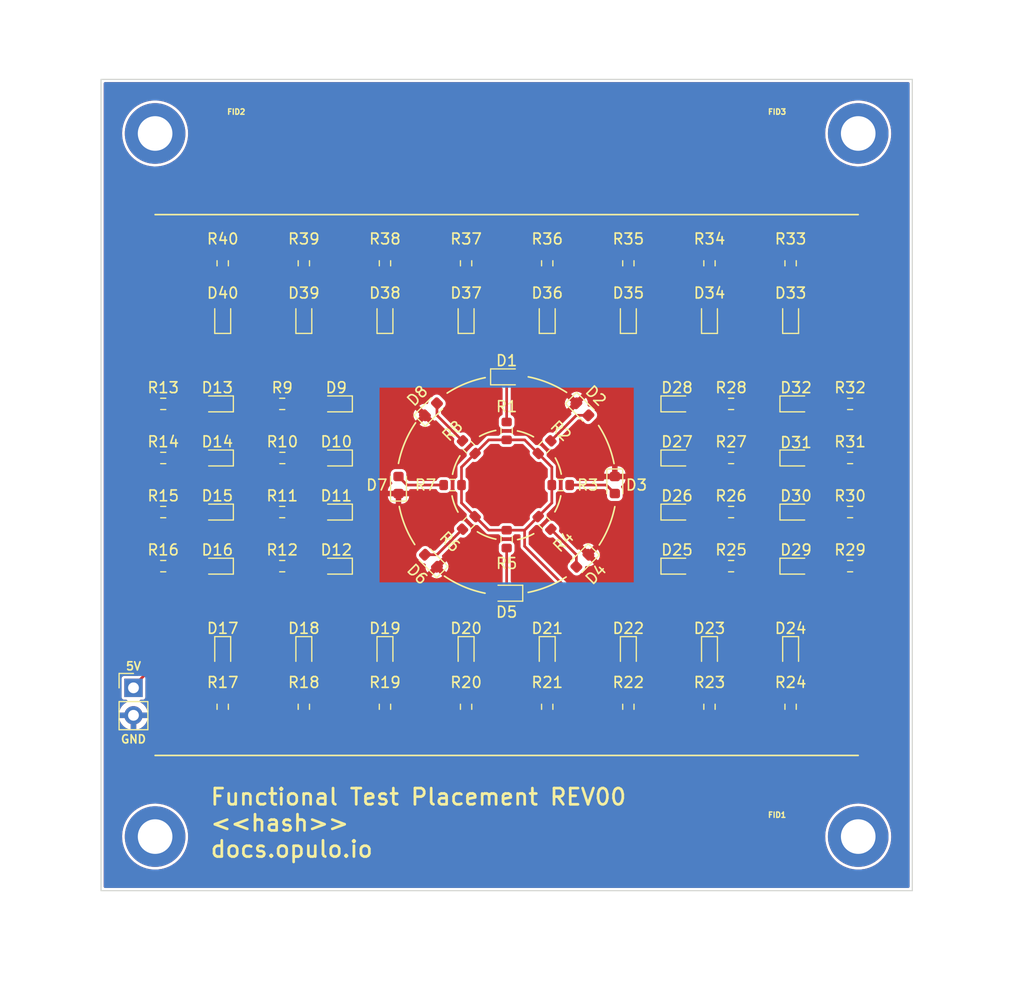
<source format=kicad_pcb>
(kicad_pcb (version 20240108) (generator "pcbnew") (generator_version "8.0")
  (layers (0 "F.Cu" signal) (31 "B.Cu" signal) (34 "B.Paste" user) (35 "F.Paste" user) (36 "B.SilkS" user "B.Silkscreen") (37 "F.SilkS" user "F.Silkscreen") (38 "B.Mask" user) (39 "F.Mask" user) (44 "Edge.Cuts" user))
  (net 0 "")
  (net 1 "GND")
  (net 2 "Net-(D1-Pad2)")
  (net 3 "Net-(D2-Pad2)")
  (net 4 "Net-(D3-Pad2)")
  (net 5 "Net-(D4-Pad2)")
  (net 6 "Net-(D5-Pad2)")
  (net 7 "Net-(D6-Pad2)")
  (net 8 "Net-(D7-Pad2)")
  (net 9 "Net-(D8-Pad2)")
  (net 10 "VDD")
  (net 11 "Net-(D9-Pad2)")
  (net 12 "Net-(D10-Pad2)")
  (net 13 "Net-(D11-Pad2)")
  (net 14 "Net-(D12-Pad2)")
  (net 15 "Net-(D13-Pad2)")
  (net 16 "Net-(D14-Pad2)")
  (net 17 "Net-(D15-Pad2)")
  (net 18 "Net-(D16-Pad2)")
  (net 19 "Net-(D17-Pad2)")
  (net 20 "Net-(D18-Pad2)")
  (net 21 "Net-(D19-Pad2)")
  (net 22 "Net-(D20-Pad2)")
  (net 23 "Net-(D21-Pad2)")
  (net 24 "Net-(D22-Pad2)")
  (net 25 "Net-(D23-Pad2)")
  (net 26 "Net-(D24-Pad2)")
  (net 27 "Net-(D25-Pad2)")
  (net 28 "Net-(D26-Pad2)")
  (net 29 "Net-(D27-Pad2)")
  (net 30 "Net-(D28-Pad2)")
  (net 31 "Net-(D29-Pad2)")
  (net 32 "Net-(D30-Pad2)")
  (net 33 "Net-(D31-Pad2)")
  (net 34 "Net-(D32-Pad2)")
  (net 35 "Net-(D33-Pad2)")
  (net 36 "Net-(D34-Pad2)")
  (net 37 "Net-(D35-Pad2)")
  (net 38 "Net-(D36-Pad2)")
  (net 39 "Net-(D37-Pad2)")
  (net 40 "Net-(D38-Pad2)")
  (net 41 "Net-(D39-Pad2)")
  (net 42 "Net-(D40-Pad2)")
  (footprint "LED_SMD:LED_0603_1608Metric" (layer "F.Cu") (at 56.25 -53 90)
    (property "Reference" "D34" (at 2.25 0 180) (layer "F.SilkS"))
    (property "Value" "LED_Small")
    (pad "1" smd roundrect (at -0.7875 0 90) (size 0.875 0.95) (layers "F.Cu" "F.Paste" "F.Mask") (net 1 "GND"))
    (pad "2" smd roundrect (at 0.7875 0 90) (size 0.875 0.95) (layers "F.Cu" "F.Paste" "F.Mask") (net 36 "Net-(D34-Pad2)"))
  )
  (footprint "Resistor_SMD:R_0603_1608Metric" (layer "F.Cu") (at 5.75 -30)
    (property "Reference" "R16" (at 0 -1.5 180) (layer "F.SilkS"))
    (property "Value" "R_Small")
    (pad "1" smd roundrect (at -0.825 0) (size 0.8 0.95) (layers "F.Cu" "F.Paste" "F.Mask") (net 10 "VDD"))
    (pad "2" smd roundrect (at 0.825 0) (size 0.8 0.95) (layers "F.Cu" "F.Paste" "F.Mask") (net 18 "Net-(D16-Pad2)"))
  )
  (footprint "Resistor_SMD:R_0603_1608Metric" (layer "F.Cu") (at 69.25 -30 180)
    (property "Reference" "R29" (at 0 1.5 0) (layer "F.SilkS"))
    (property "Value" "R_Small")
    (pad "1" smd roundrect (at -0.825 0 180) (size 0.8 0.95) (layers "F.Cu" "F.Paste" "F.Mask") (net 10 "VDD"))
    (pad "2" smd roundrect (at 0.825 0 180) (size 0.8 0.95) (layers "F.Cu" "F.Paste" "F.Mask") (net 31 "Net-(D29-Pad2)"))
  )
  (footprint "LED_SMD:LED_0603_1608Metric" (layer "F.Cu") (at 53.25 -45)
    (property "Reference" "D28" (at 0 -1.5 0) (layer "F.SilkS"))
    (property "Value" "LED_Small")
    (pad "1" smd roundrect (at -0.7875 0) (size 0.875 0.95) (layers "F.Cu" "F.Paste" "F.Mask") (net 1 "GND"))
    (pad "2" smd roundrect (at 0.7875 0) (size 0.875 0.95) (layers "F.Cu" "F.Paste" "F.Mask") (net 30 "Net-(D28-Pad2)"))
  )
  (footprint "Resistor_SMD:R_0603_1608Metric" (layer "F.Cu") (at 40.999966 -40.999987 45)
    (property "Reference" "R2" (at 2.121354 0.000015 -45) (layer "F.SilkS"))
    (property "Value" "R_Small")
    (pad "1" smd roundrect (at -0.825 0 45) (size 0.8 0.95) (layers "F.Cu" "F.Paste" "F.Mask") (net 10 "VDD"))
    (pad "2" smd roundrect (at 0.825 0 45) (size 0.8 0.95) (layers "F.Cu" "F.Paste" "F.Mask") (net 3 "Net-(D2-Pad2)"))
  )
  (footprint "Resistor_SMD:R_0603_1608Metric" (layer "F.Cu") (at 5.75 -35)
    (property "Reference" "R15" (at 0 -1.5 180) (layer "F.SilkS"))
    (property "Value" "R_Small")
    (pad "1" smd roundrect (at -0.825 0) (size 0.8 0.95) (layers "F.Cu" "F.Paste" "F.Mask") (net 10 "VDD"))
    (pad "2" smd roundrect (at 0.825 0) (size 0.8 0.95) (layers "F.Cu" "F.Paste" "F.Mask") (net 17 "Net-(D15-Pad2)"))
  )
  (footprint "LED_SMD:LED_0603_1608Metric" (layer "F.Cu") (at 44.499966 -44.499987 -45)
    (property "Reference" "D2" (at 0.000015 -1.7678 -45) (layer "F.SilkS"))
    (property "Value" "LED_Small")
    (pad "1" smd roundrect (at -0.787501 0 315) (size 0.875 0.95) (layers "F.Cu" "F.Paste" "F.Mask") (net 1 "GND"))
    (pad "2" smd roundrect (at 0.787501 0 315) (size 0.875 0.95) (layers "F.Cu" "F.Paste" "F.Mask") (net 3 "Net-(D2-Pad2)"))
  )
  (footprint "Resistor_SMD:R_0603_1608Metric" (layer "F.Cu") (at 63.75 -17 90)
    (property "Reference" "R24" (at 2.25 0 180) (layer "F.SilkS"))
    (property "Value" "R_Small")
    (pad "1" smd roundrect (at -0.825 0 90) (size 0.8 0.95) (layers "F.Cu" "F.Paste" "F.Mask") (net 10 "VDD"))
    (pad "2" smd roundrect (at 0.825 0 90) (size 0.8 0.95) (layers "F.Cu" "F.Paste" "F.Mask") (net 26 "Net-(D24-Pad2)"))
  )
  (footprint "LED_SMD:LED_0603_1608Metric" (layer "F.Cu") (at 21.75 -35 180)
    (property "Reference" "D11" (at 0 1.5 0) (layer "F.SilkS"))
    (property "Value" "LED_Small")
    (pad "1" smd roundrect (at -0.7875 0 180) (size 0.875 0.95) (layers "F.Cu" "F.Paste" "F.Mask") (net 1 "GND"))
    (pad "2" smd roundrect (at 0.7875 0 180) (size 0.875 0.95) (layers "F.Cu" "F.Paste" "F.Mask") (net 13 "Net-(D11-Pad2)"))
  )
  (footprint "Resistor_SMD:R_0603_1608Metric" (layer "F.Cu") (at 42.499966 -37.499987)
    (property "Reference" "R3" (at 2.500034 0 0) (layer "F.SilkS"))
    (property "Value" "R_Small")
    (pad "1" smd roundrect (at -0.825 0) (size 0.8 0.95) (layers "F.Cu" "F.Paste" "F.Mask") (net 10 "VDD"))
    (pad "2" smd roundrect (at 0.825 0) (size 0.8 0.95) (layers "F.Cu" "F.Paste" "F.Mask") (net 4 "Net-(D3-Pad2)"))
  )
  (footprint "LED_SMD:LED_0603_1608Metric" (layer "F.Cu") (at 30.499966 -44.499987 45)
    (property "Reference" "D8" (at 0.000033 -1.767752 45) (layer "F.SilkS"))
    (property "Value" "LED_Small")
    (pad "1" smd roundrect (at -0.787501 0 45) (size 0.875 0.95) (layers "F.Cu" "F.Paste" "F.Mask") (net 1 "GND"))
    (pad "2" smd roundrect (at 0.787501 0 45) (size 0.875 0.95) (layers "F.Cu" "F.Paste" "F.Mask") (net 9 "Net-(D8-Pad2)"))
  )
  (footprint "Resistor_SMD:R_0603_1608Metric" (layer "F.Cu") (at 16.75 -35)
    (property "Reference" "R11" (at 0 -1.5 0) (layer "F.SilkS"))
    (property "Value" "R_Small")
    (pad "1" smd roundrect (at -0.825 0) (size 0.8 0.95) (layers "F.Cu" "F.Paste" "F.Mask") (net 10 "VDD"))
    (pad "2" smd roundrect (at 0.825 0) (size 0.8 0.95) (layers "F.Cu" "F.Paste" "F.Mask") (net 13 "Net-(D11-Pad2)"))
  )
  (footprint "Resistor_SMD:R_0603_1608Metric" (layer "F.Cu") (at 63.75 -58 -90)
    (property "Reference" "R33" (at -2.25 0 180) (layer "F.SilkS"))
    (property "Value" "R_Small")
    (pad "1" smd roundrect (at -0.825 0 270) (size 0.8 0.95) (layers "F.Cu" "F.Paste" "F.Mask") (net 10 "VDD"))
    (pad "2" smd roundrect (at 0.825 0 270) (size 0.8 0.95) (layers "F.Cu" "F.Paste" "F.Mask") (net 35 "Net-(D33-Pad2)"))
  )
  (footprint "LED_SMD:LED_0603_1608Metric" (layer "F.Cu") (at 41.25 -53 90)
    (property "Reference" "D36" (at 2.25 0 180) (layer "F.SilkS"))
    (property "Value" "LED_Small")
    (pad "1" smd roundrect (at -0.7875 0 90) (size 0.875 0.95) (layers "F.Cu" "F.Paste" "F.Mask") (net 1 "GND"))
    (pad "2" smd roundrect (at 0.7875 0 90) (size 0.875 0.95) (layers "F.Cu" "F.Paste" "F.Mask") (net 38 "Net-(D36-Pad2)"))
  )
  (footprint "Resistor_SMD:R_0603_1608Metric" (layer "F.Cu") (at 18.75 -17 90)
    (property "Reference" "R18" (at 2.25 0 180) (layer "F.SilkS"))
    (property "Value" "R_Small")
    (pad "1" smd roundrect (at -0.825 0 90) (size 0.8 0.95) (layers "F.Cu" "F.Paste" "F.Mask") (net 10 "VDD"))
    (pad "2" smd roundrect (at 0.825 0 90) (size 0.8 0.95) (layers "F.Cu" "F.Paste" "F.Mask") (net 20 "Net-(D18-Pad2)"))
  )
  (footprint "LED_SMD:LED_0603_1608Metric" (layer "F.Cu") (at 10.75 -35 180)
    (property "Reference" "D15" (at 0 1.5 180) (layer "F.SilkS"))
    (property "Value" "LED_Small")
    (pad "1" smd roundrect (at -0.7875 0 180) (size 0.875 0.95) (layers "F.Cu" "F.Paste" "F.Mask") (net 1 "GND"))
    (pad "2" smd roundrect (at 0.7875 0 180) (size 0.875 0.95) (layers "F.Cu" "F.Paste" "F.Mask") (net 17 "Net-(D15-Pad2)"))
  )
  (footprint "LED_SMD:LED_0603_1608Metric" (layer "F.Cu") (at 10.75 -30 180)
    (property "Reference" "D16" (at 0 1.5 180) (layer "F.SilkS"))
    (property "Value" "LED_Small")
    (pad "1" smd roundrect (at -0.7875 0 180) (size 0.875 0.95) (layers "F.Cu" "F.Paste" "F.Mask") (net 1 "GND"))
    (pad "2" smd roundrect (at 0.7875 0 180) (size 0.875 0.95) (layers "F.Cu" "F.Paste" "F.Mask") (net 18 "Net-(D16-Pad2)"))
  )
  (footprint "Resistor_SMD:R_0603_1608Metric" (layer "F.Cu") (at 69.25 -45 180)
    (property "Reference" "R32" (at 0 1.5 0) (layer "F.SilkS"))
    (property "Value" "R_Small")
    (pad "1" smd roundrect (at -0.825 0 180) (size 0.8 0.95) (layers "F.Cu" "F.Paste" "F.Mask") (net 10 "VDD"))
    (pad "2" smd roundrect (at 0.825 0 180) (size 0.8 0.95) (layers "F.Cu" "F.Paste" "F.Mask") (net 34 "Net-(D32-Pad2)"))
  )
  (footprint "LED_SMD:LED_0603_1608Metric" (layer "F.Cu") (at 64.25 -40)
    (property "Reference" "D31" (at 0 -1.43 0) (layer "F.SilkS"))
    (property "Value" "LED_Small")
    (pad "1" smd roundrect (at -0.7875 0) (size 0.875 0.95) (layers "F.Cu" "F.Paste" "F.Mask") (net 1 "GND"))
    (pad "2" smd roundrect (at 0.7875 0) (size 0.875 0.95) (layers "F.Cu" "F.Paste" "F.Mask") (net 33 "Net-(D31-Pad2)"))
  )
  (footprint "MountingHole:MountingHole_3.2mm_M3_DIN965_Pad" (layer "F.Cu") (at 70 -5)
    (property "Reference" "REF**" (hide yes))
    (property "Value" "MountingHole_3.2mm_M3_DIN965_Pad")
    (pad "1" thru_hole circle (at 0 0) (size 5.6 5.6) (drill 3.2) (layers "*.Cu" "*.Mask"))
  )
  (footprint "LED_SMD:LED_0603_1608Metric" (layer "F.Cu") (at 26.25 -22 -90)
    (property "Reference" "D19" (at -2.25 0 180) (layer "F.SilkS"))
    (property "Value" "LED_Small")
    (pad "1" smd roundrect (at -0.7875 0 270) (size 0.875 0.95) (layers "F.Cu" "F.Paste" "F.Mask") (net 1 "GND"))
    (pad "2" smd roundrect (at 0.7875 0 270) (size 0.875 0.95) (layers "F.Cu" "F.Paste" "F.Mask") (net 21 "Net-(D19-Pad2)"))
  )
  (footprint "LED_SMD:LED_0603_1608Metric" (layer "F.Cu") (at 30.499966 -30.499987 135)
    (property "Reference" "D6" (at -0.000015 -1.767734 -45) (layer "F.SilkS"))
    (property "Value" "LED_Small")
    (pad "1" smd roundrect (at -0.787501 0 135) (size 0.875 0.95) (layers "F.Cu" "F.Paste" "F.Mask") (net 1 "GND"))
    (pad "2" smd roundrect (at 0.787501 0 135) (size 0.875 0.95) (layers "F.Cu" "F.Paste" "F.Mask") (net 7 "Net-(D6-Pad2)"))
  )
  (footprint "LED_SMD:LED_0603_1608Metric" (layer "F.Cu") (at 53.25 -30)
    (property "Reference" "D25" (at 0 -1.5 0) (layer "F.SilkS"))
    (property "Value" "LED_Small")
    (pad "1" smd roundrect (at -0.7875 0) (size 0.875 0.95) (layers "F.Cu" "F.Paste" "F.Mask") (net 1 "GND"))
    (pad "2" smd roundrect (at 0.7875 0) (size 0.875 0.95) (layers "F.Cu" "F.Paste" "F.Mask") (net 27 "Net-(D25-Pad2)"))
  )
  (footprint "Resistor_SMD:R_0603_1608Metric" (layer "F.Cu") (at 16.75 -30)
    (property "Reference" "R12" (at 0 -1.5 0) (layer "F.SilkS"))
    (property "Value" "R_Small")
    (pad "1" smd roundrect (at -0.825 0) (size 0.8 0.95) (layers "F.Cu" "F.Paste" "F.Mask") (net 10 "VDD"))
    (pad "2" smd roundrect (at 0.825 0) (size 0.8 0.95) (layers "F.Cu" "F.Paste" "F.Mask") (net 14 "Net-(D12-Pad2)"))
  )
  (footprint "Resistor_SMD:R_0603_1608Metric" (layer "F.Cu") (at 37.499966 -32.499987 -90)
    (property "Reference" "R5" (at 2.249987 0 180) (layer "F.SilkS"))
    (property "Value" "R_Small")
    (pad "1" smd roundrect (at -0.825 0 270) (size 0.8 0.95) (layers "F.Cu" "F.Paste" "F.Mask") (net 10 "VDD"))
    (pad "2" smd roundrect (at 0.825 0 270) (size 0.8 0.95) (layers "F.Cu" "F.Paste" "F.Mask") (net 6 "Net-(D5-Pad2)"))
  )
  (footprint "MountingHole:MountingHole_3.2mm_M3_DIN965_Pad" (layer "F.Cu") (at 5 -70)
    (property "Reference" "REF**" (hide yes))
    (property "Value" "MountingHole_3.2mm_M3_DIN965_Pad")
    (pad "1" thru_hole circle (at 0 0) (size 5.6 5.6) (drill 3.2) (layers "*.Cu" "*.Mask"))
  )
  (footprint "Resistor_SMD:R_0603_1608Metric" (layer "F.Cu") (at 5.75 -45)
    (property "Reference" "R13" (at 0 -1.5 180) (layer "F.SilkS"))
    (property "Value" "R_Small")
    (pad "1" smd roundrect (at -0.825 0) (size 0.8 0.95) (layers "F.Cu" "F.Paste" "F.Mask") (net 10 "VDD"))
    (pad "2" smd roundrect (at 0.825 0) (size 0.8 0.95) (layers "F.Cu" "F.Paste" "F.Mask") (net 15 "Net-(D13-Pad2)"))
  )
  (footprint "Connector_PinHeader_2.54mm:PinHeader_1x02_P2.54mm_Vertical" (layer "F.Cu") (at 3 -18.75)
    (property "Reference" "J1" (hide yes))
    (property "Value" "Conn_01x02_Male")
    (pad "1" thru_hole rect (at 0 0) (size 1.7 1.7) (drill 1) (layers "*.Cu" "*.Mask") (net 10 "VDD"))
    (pad "2" thru_hole oval (at 0 2.54) (size 1.7 1.7) (drill 1) (layers "*.Cu" "*.Mask") (net 1 "GND"))
  )
  (footprint "Resistor_SMD:R_0603_1608Metric" (layer "F.Cu") (at 33.999966 -33.999987 -135)
    (property "Reference" "R6" (at 2.474841 -0.000015 -45) (layer "F.SilkS"))
    (property "Value" "R_Small")
    (pad "1" smd roundrect (at -0.825 0 225) (size 0.8 0.95) (layers "F.Cu" "F.Paste" "F.Mask") (net 10 "VDD"))
    (pad "2" smd roundrect (at 0.825 0 225) (size 0.8 0.95) (layers "F.Cu" "F.Paste" "F.Mask") (net 7 "Net-(D6-Pad2)"))
  )
  (footprint "Resistor_SMD:R_0603_1608Metric" (layer "F.Cu") (at 56.25 -17 90)
    (property "Reference" "R23" (at 2.25 0 180) (layer "F.SilkS"))
    (property "Value" "R_Small")
    (pad "1" smd roundrect (at -0.825 0 90) (size 0.8 0.95) (layers "F.Cu" "F.Paste" "F.Mask") (net 10 "VDD"))
    (pad "2" smd roundrect (at 0.825 0 90) (size 0.8 0.95) (layers "F.Cu" "F.Paste" "F.Mask") (net 25 "Net-(D23-Pad2)"))
  )
  (footprint "Resistor_SMD:R_0603_1608Metric" (layer "F.Cu") (at 33.75 -58 -90)
    (property "Reference" "R37" (at -2.25 0 180) (layer "F.SilkS"))
    (property "Value" "R_Small")
    (pad "1" smd roundrect (at -0.825 0 270) (size 0.8 0.95) (layers "F.Cu" "F.Paste" "F.Mask") (net 10 "VDD"))
    (pad "2" smd roundrect (at 0.825 0 270) (size 0.8 0.95) (layers "F.Cu" "F.Paste" "F.Mask") (net 39 "Net-(D37-Pad2)"))
  )
  (footprint "LED_SMD:LED_0603_1608Metric" (layer "F.Cu") (at 64.25 -35)
    (property "Reference" "D30" (at 0 -1.5 0) (layer "F.SilkS"))
    (property "Value" "LED_Small")
    (pad "1" smd roundrect (at -0.7875 0) (size 0.875 0.95) (layers "F.Cu" "F.Paste" "F.Mask") (net 1 "GND"))
    (pad "2" smd roundrect (at 0.7875 0) (size 0.875 0.95) (layers "F.Cu" "F.Paste" "F.Mask") (net 32 "Net-(D30-Pad2)"))
  )
  (footprint "LED_SMD:LED_0603_1608Metric" (layer "F.Cu") (at 48.75 -22 -90)
    (property "Reference" "D22" (at -2.25 0 180) (layer "F.SilkS"))
    (property "Value" "LED_Small")
    (pad "1" smd roundrect (at -0.7875 0 270) (size 0.875 0.95) (layers "F.Cu" "F.Paste" "F.Mask") (net 1 "GND"))
    (pad "2" smd roundrect (at 0.7875 0 270) (size 0.875 0.95) (layers "F.Cu" "F.Paste" "F.Mask") (net 24 "Net-(D22-Pad2)"))
  )
  (footprint "Resistor_SMD:R_0603_1608Metric" (layer "F.Cu") (at 16.75 -45)
    (property "Reference" "R9" (at 0 -1.5 0) (layer "F.SilkS"))
    (property "Value" "R_Small")
    (pad "1" smd roundrect (at -0.825 0) (size 0.8 0.95) (layers "F.Cu" "F.Paste" "F.Mask") (net 10 "VDD"))
    (pad "2" smd roundrect (at 0.825 0) (size 0.8 0.95) (layers "F.Cu" "F.Paste" "F.Mask") (net 11 "Net-(D9-Pad2)"))
  )
  (footprint "Resistor_SMD:R_0603_1608Metric" (layer "F.Cu") (at 26.25 -58 -90)
    (property "Reference" "R38" (at -2.25 0 180) (layer "F.SilkS"))
    (property "Value" "R_Small")
    (pad "1" smd roundrect (at -0.825 0 270) (size 0.8 0.95) (layers "F.Cu" "F.Paste" "F.Mask") (net 10 "VDD"))
    (pad "2" smd roundrect (at 0.825 0 270) (size 0.8 0.95) (layers "F.Cu" "F.Paste" "F.Mask") (net 40 "Net-(D38-Pad2)"))
  )
  (footprint "LED_SMD:LED_0603_1608Metric" (layer "F.Cu") (at 41.25 -22 -90)
    (property "Reference" "D21" (at -2.25 0 180) (layer "F.SilkS"))
    (property "Value" "LED_Small")
    (pad "1" smd roundrect (at -0.7875 0 270) (size 0.875 0.95) (layers "F.Cu" "F.Paste" "F.Mask") (net 1 "GND"))
    (pad "2" smd roundrect (at 0.7875 0 270) (size 0.875 0.95) (layers "F.Cu" "F.Paste" "F.Mask") (net 23 "Net-(D21-Pad2)"))
  )
  (footprint "LED_SMD:LED_0603_1608Metric" (layer "F.Cu") (at 64.25 -45)
    (property "Reference" "D32" (at 0 -1.5 0) (layer "F.SilkS"))
    (property "Value" "LED_Small")
    (pad "1" smd roundrect (at -0.7875 0) (size 0.875 0.95) (layers "F.Cu" "F.Paste" "F.Mask") (net 1 "GND"))
    (pad "2" smd roundrect (at 0.7875 0) (size 0.875 0.95) (layers "F.Cu" "F.Paste" "F.Mask") (net 34 "Net-(D32-Pad2)"))
  )
  (footprint "LED_SMD:LED_0603_1608Metric" (layer "F.Cu") (at 33.75 -22 -90)
    (property "Reference" "D20" (at -2.25 0 180) (layer "F.SilkS"))
    (property "Value" "LED_Small")
    (pad "1" smd roundrect (at -0.7875 0 270) (size 0.875 0.95) (layers "F.Cu" "F.Paste" "F.Mask") (net 1 "GND"))
    (pad "2" smd roundrect (at 0.7875 0 270) (size 0.875 0.95) (layers "F.Cu" "F.Paste" "F.Mask") (net 22 "Net-(D20-Pad2)"))
  )
  (footprint "Resistor_SMD:R_0603_1608Metric" (layer "F.Cu") (at 58.25 -30 180)
    (property "Reference" "R25" (at 0 1.5 0) (layer "F.SilkS"))
    (property "Value" "R_Small")
    (pad "1" smd roundrect (at -0.825 0 180) (size 0.8 0.95) (layers "F.Cu" "F.Paste" "F.Mask") (net 10 "VDD"))
    (pad "2" smd roundrect (at 0.825 0 180) (size 0.8 0.95) (layers "F.Cu" "F.Paste" "F.Mask") (net 27 "Net-(D25-Pad2)"))
  )
  (footprint "LED_SMD:LED_0603_1608Metric" (layer "F.Cu") (at 11.25 -22 -90)
    (property "Reference" "D17" (at -2.25 0 180) (layer "F.SilkS"))
    (property "Value" "LED_Small")
    (pad "1" smd roundrect (at -0.7875 0 270) (size 0.875 0.95) (layers "F.Cu" "F.Paste" "F.Mask") (net 1 "GND"))
    (pad "2" smd roundrect (at 0.7875 0 270) (size 0.875 0.95) (layers "F.Cu" "F.Paste" "F.Mask") (net 19 "Net-(D17-Pad2)"))
  )
  (footprint "Resistor_SMD:R_0603_1608Metric" (layer "F.Cu") (at 16.7625 -40)
    (property "Reference" "R10" (at 0 -1.5 0) (layer "F.SilkS"))
    (property "Value" "R_Small")
    (pad "1" smd roundrect (at -0.825 0) (size 0.8 0.95) (layers "F.Cu" "F.Paste" "F.Mask") (net 10 "VDD"))
    (pad "2" smd roundrect (at 0.825 0) (size 0.8 0.95) (layers "F.Cu" "F.Paste" "F.Mask") (net 12 "Net-(D10-Pad2)"))
  )
  (footprint "MountingHole:MountingHole_3.2mm_M3_DIN965_Pad" (layer "F.Cu") (at 70 -70)
    (property "Reference" "REF**" (hide yes))
    (property "Value" "MountingHole_3.2mm_M3_DIN965_Pad")
    (pad "1" thru_hole circle (at 0 0) (size 5.6 5.6) (drill 3.2) (layers "*.Cu" "*.Mask"))
  )
  (footprint "LED_SMD:LED_0603_1608Metric" (layer "F.Cu") (at 53.25 -35)
    (property "Reference" "D26" (at 0 -1.5 0) (layer "F.SilkS"))
    (property "Value" "LED_Small")
    (pad "1" smd roundrect (at -0.7875 0) (size 0.875 0.95) (layers "F.Cu" "F.Paste" "F.Mask") (net 1 "GND"))
    (pad "2" smd roundrect (at 0.7875 0) (size 0.875 0.95) (layers "F.Cu" "F.Paste" "F.Mask") (net 28 "Net-(D26-Pad2)"))
  )
  (footprint "Resistor_SMD:R_0603_1608Metric" (layer "F.Cu") (at 40.999966 -33.999987 -45)
    (property "Reference" "R4" (at 2.474889 -0.000033 -135) (layer "F.SilkS"))
    (property "Value" "R_Small")
    (pad "1" smd roundrect (at -0.825 0 315) (size 0.8 0.95) (layers "F.Cu" "F.Paste" "F.Mask") (net 10 "VDD"))
    (pad "2" smd roundrect (at 0.825 0 315) (size 0.8 0.95) (layers "F.Cu" "F.Paste" "F.Mask") (net 5 "Net-(D4-Pad2)"))
  )
  (footprint "LED_SMD:LED_0603_1608Metric" (layer "F.Cu") (at 47.499966 -37.499987 -90)
    (property "Reference" "D3" (at 0 -2.000034 0) (layer "F.SilkS"))
    (property "Value" "LED_Small")
    (pad "1" smd roundrect (at -0.7875 0 270) (size 0.875 0.95) (layers "F.Cu" "F.Paste" "F.Mask") (net 1 "GND"))
    (pad "2" smd roundrect (at 0.7875 0 270) (size 0.875 0.95) (layers "F.Cu" "F.Paste" "F.Mask") (net 4 "Net-(D3-Pad2)"))
  )
  (footprint "Resistor_SMD:R_0603_1608Metric" (layer "F.Cu") (at 5.75 -40)
    (property "Reference" "R14" (at 0 -1.5 180) (layer "F.SilkS"))
    (property "Value" "R_Small")
    (pad "1" smd roundrect (at -0.825 0) (size 0.8 0.95) (layers "F.Cu" "F.Paste" "F.Mask") (net 10 "VDD"))
    (pad "2" smd roundrect (at 0.825 0) (size 0.8 0.95) (layers "F.Cu" "F.Paste" "F.Mask") (net 16 "Net-(D14-Pad2)"))
  )
  (footprint "LED_SMD:LED_0603_1608Metric" (layer "F.Cu") (at 56.25 -22 -90)
    (property "Reference" "D23" (at -2.25 0 180) (layer "F.SilkS"))
    (property "Value" "LED_Small")
    (pad "1" smd roundrect (at -0.7875 0 270) (size 0.875 0.95) (layers "F.Cu" "F.Paste" "F.Mask") (net 1 "GND"))
    (pad "2" smd roundrect (at 0.7875 0 270) (size 0.875 0.95) (layers "F.Cu" "F.Paste" "F.Mask") (net 25 "Net-(D23-Pad2)"))
  )
  (footprint "LED_SMD:LED_0603_1608Metric" (layer "F.Cu") (at 48.75 -53 90)
    (property "Reference" "D35" (at 2.25 0 180) (layer "F.SilkS"))
    (property "Value" "LED_Small")
    (pad "1" smd roundrect (at -0.7875 0 90) (size 0.875 0.95) (layers "F.Cu" "F.Paste" "F.Mask") (net 1 "GND"))
    (pad "2" smd roundrect (at 0.7875 0 90) (size 0.875 0.95) (layers "F.Cu" "F.Paste" "F.Mask") (net 37 "Net-(D35-Pad2)"))
  )
  (footprint "Fiducial:Fiducial_1mm_Mask3mm" (layer "F.Cu") (at 62.5 -70)
    (property "Reference" "FID3" (at 0 -2 0) (layer "F.SilkS") (effects (font (size 0.5 0.5) (thickness 0.125))))
    (property "Value" "Fiducial")
    (pad "" smd circle (at 0 0) (size 1 1) (layers "F.Cu" "F.Mask") (clearance 1))
  )
  (footprint "MountingHole:MountingHole_3.2mm_M3_DIN965_Pad" (layer "F.Cu") (at 5 -5)
    (property "Reference" "REF**" (hide yes))
    (property "Value" "MountingHole_3.2mm_M3_DIN965_Pad")
    (pad "1" thru_hole circle (at 0 0) (size 5.6 5.6) (drill 3.2) (layers "*.Cu" "*.Mask"))
  )
  (footprint "Resistor_SMD:R_0603_1608Metric" (layer "F.Cu") (at 37.499966 -42.499987 90)
    (property "Reference" "R1" (at 2.250013 0 180) (layer "F.SilkS"))
    (property "Value" "R_Small")
    (pad "1" smd roundrect (at -0.825 0 90) (size 0.8 0.95) (layers "F.Cu" "F.Paste" "F.Mask") (net 10 "VDD"))
    (pad "2" smd roundrect (at 0.825 0 90) (size 0.8 0.95) (layers "F.Cu" "F.Paste" "F.Mask") (net 2 "Net-(D1-Pad2)"))
  )
  (footprint "Resistor_SMD:R_0603_1608Metric" (layer "F.Cu") (at 41.25 -17 90)
    (property "Reference" "R21" (at 2.25 0 180) (layer "F.SilkS"))
    (property "Value" "R_Small")
    (pad "1" smd roundrect (at -0.825 0 90) (size 0.8 0.95) (layers "F.Cu" "F.Paste" "F.Mask") (net 10 "VDD"))
    (pad "2" smd roundrect (at 0.825 0 90) (size 0.8 0.95) (layers "F.Cu" "F.Paste" "F.Mask") (net 23 "Net-(D21-Pad2)"))
  )
  (footprint "Resistor_SMD:R_0603_1608Metric" (layer "F.Cu") (at 41.25 -58 -90)
    (property "Reference" "R36" (at -2.25 0 180) (layer "F.SilkS"))
    (property "Value" "R_Small")
    (pad "1" smd roundrect (at -0.825 0 270) (size 0.8 0.95) (layers "F.Cu" "F.Paste" "F.Mask") (net 10 "VDD"))
    (pad "2" smd roundrect (at 0.825 0 270) (size 0.8 0.95) (layers "F.Cu" "F.Paste" "F.Mask") (net 38 "Net-(D36-Pad2)"))
  )
  (footprint "LED_SMD:LED_0603_1608Metric" (layer "F.Cu") (at 21.75 -40 180)
    (property "Reference" "D10" (at 0 1.5 0) (layer "F.SilkS"))
    (property "Value" "LED_Small")
    (pad "1" smd roundrect (at -0.7875 0 180) (size 0.875 0.95) (layers "F.Cu" "F.Paste" "F.Mask") (net 1 "GND"))
    (pad "2" smd roundrect (at 0.7875 0 180) (size 0.875 0.95) (layers "F.Cu" "F.Paste" "F.Mask") (net 12 "Net-(D10-Pad2)"))
  )
  (footprint "LED_SMD:LED_0603_1608Metric" (layer "F.Cu") (at 64.25 -30)
    (property "Reference" "D29" (at 0 -1.5 0) (layer "F.SilkS"))
    (property "Value" "LED_Small")
    (pad "1" smd roundrect (at -0.7875 0) (size 0.875 0.95) (layers "F.Cu" "F.Paste" "F.Mask") (net 1 "GND"))
    (pad "2" smd roundrect (at 0.7875 0) (size 0.875 0.95) (layers "F.Cu" "F.Paste" "F.Mask") (net 31 "Net-(D29-Pad2)"))
  )
  (footprint "Resistor_SMD:R_0603_1608Metric" (layer "F.Cu") (at 58.25 -45 180)
    (property "Reference" "R28" (at 0 1.5 0) (layer "F.SilkS"))
    (property "Value" "R_Small")
    (pad "1" smd roundrect (at -0.825 0 180) (size 0.8 0.95) (layers "F.Cu" "F.Paste" "F.Mask") (net 10 "VDD"))
    (pad "2" smd roundrect (at 0.825 0 180) (size 0.8 0.95) (layers "F.Cu" "F.Paste" "F.Mask") (net 30 "Net-(D28-Pad2)"))
  )
  (footprint "Resistor_SMD:R_0603_1608Metric" (layer "F.Cu") (at 26.25 -17 90)
    (property "Reference" "R19" (at 2.25 0 180) (layer "F.SilkS"))
    (property "Value" "R_Small")
    (pad "1" smd roundrect (at -0.825 0 90) (size 0.8 0.95) (layers "F.Cu" "F.Paste" "F.Mask") (net 10 "VDD"))
    (pad "2" smd roundrect (at 0.825 0 90) (size 0.8 0.95) (layers "F.Cu" "F.Paste" "F.Mask") (net 21 "Net-(D19-Pad2)"))
  )
  (footprint "LED_SMD:LED_0603_1608Metric" (layer "F.Cu") (at 63.75 -22 -90)
    (property "Reference" "D24" (at -2.25 0 180) (layer "F.SilkS"))
    (property "Value" "LED_Small")
    (pad "1" smd roundrect (at -0.7875 0 270) (size 0.875 0.95) (layers "F.Cu" "F.Paste" "F.Mask") (net 1 "GND"))
    (pad "2" smd roundrect (at 0.7875 0 270) (size 0.875 0.95) (layers "F.Cu" "F.Paste" "F.Mask") (net 26 "Net-(D24-Pad2)"))
  )
  (footprint "Resistor_SMD:R_0603_1608Metric" (layer "F.Cu") (at 11.25 -17 90)
    (property "Reference" "R17" (at 2.25 0 180) (layer "F.SilkS"))
    (property "Value" "R_Small")
    (pad "1" smd roundrect (at -0.825 0 90) (size 0.8 0.95) (layers "F.Cu" "F.Paste" "F.Mask") (net 10 "VDD"))
    (pad "2" smd roundrect (at 0.825 0 90) (size 0.8 0.95) (layers "F.Cu" "F.Paste" "F.Mask") (net 19 "Net-(D17-Pad2)"))
  )
  (footprint "LED_SMD:LED_0603_1608Metric" (layer "F.Cu") (at 27.499966 -37.499987 90)
    (property "Reference" "D7" (at 0.000013 -1.999966 180) (layer "F.SilkS"))
    (property "Value" "LED_Small")
    (pad "1" smd roundrect (at -0.7875 0 90) (size 0.875 0.95) (layers "F.Cu" "F.Paste" "F.Mask") (net 1 "GND"))
    (pad "2" smd roundrect (at 0.7875 0 90) (size 0.875 0.95) (layers "F.Cu" "F.Paste" "F.Mask") (net 8 "Net-(D7-Pad2)"))
  )
  (footprint "LED_SMD:LED_0603_1608Metric" (layer "F.Cu") (at 18.75 -22 -90)
    (property "Reference" "D18" (at -2.25 0 180) (layer "F.SilkS"))
    (property "Value" "LED_Small")
    (pad "1" smd roundrect (at -0.7875 0 270) (size 0.875 0.95) (layers "F.Cu" "F.Paste" "F.Mask") (net 1 "GND"))
    (pad "2" smd roundrect (at 0.7875 0 270) (size 0.875 0.95) (layers "F.Cu" "F.Paste" "F.Mask") (net 20 "Net-(D18-Pad2)"))
  )
  (footprint "Resistor_SMD:R_0603_1608Metric" (layer "F.Cu") (at 18.75 -58 -90)
    (property "Reference" "R39" (at -2.25 0 180) (layer "F.SilkS"))
    (property "Value" "R_Small")
    (pad "1" smd roundrect (at -0.825 0 270) (size 0.8 0.95) (layers "F.Cu" "F.Paste" "F.Mask") (net 10 "VDD"))
    (pad "2" smd roundrect (at 0.825 0 270) (size 0.8 0.95) (layers "F.Cu" "F.Paste" "F.Mask") (net 41 "Net-(D39-Pad2)"))
  )
  (footprint "Resistor_SMD:R_0603_1608Metric" (layer "F.Cu") (at 48.75 -17 90)
    (property "Reference" "R22" (at 2.25 0 180) (layer "F.SilkS"))
    (property "Value" "R_Small")
    (pad "1" smd roundrect (at -0.825 0 90) (size 0.8 0.95) (layers "F.Cu" "F.Paste" "F.Mask") (net 10 "VDD"))
    (pad "2" smd roundrect (at 0.825 0 90) (size 0.8 0.95) (layers "F.Cu" "F.Paste" "F.Mask") (net 24 "Net-(D22-Pad2)"))
  )
  (footprint "LED_SMD:LED_0603_1608Metric" (layer "F.Cu") (at 10.75 -40 180)
    (property "Reference" "D14" (at 0 1.5 180) (layer "F.SilkS"))
    (property "Value" "LED_Small")
    (pad "1" smd roundrect (at -0.7875 0 180) (size 0.875 0.95) (layers "F.Cu" "F.Paste" "F.Mask") (net 1 "GND"))
    (pad "2" smd roundrect (at 0.7875 0 180) (size 0.875 0.95) (layers "F.Cu" "F.Paste" "F.Mask") (net 16 "Net-(D14-Pad2)"))
  )
  (footprint "LED_SMD:LED_0603_1608Metric" (layer "F.Cu") (at 37.499966 -27.499987 180)
    (property "Reference" "D5" (at -0.000034 -1.749987 0) (layer "F.SilkS"))
    (property "Value" "LED_Small")
    (pad "1" smd roundrect (at -0.7875 0 180) (size 0.875 0.95) (layers "F.Cu" "F.Paste" "F.Mask") (net 1 "GND"))
    (pad "2" smd roundrect (at 0.7875 0 180) (size 0.875 0.95) (layers "F.Cu" "F.Paste" "F.Mask") (net 6 "Net-(D5-Pad2)"))
  )
  (footprint "LED_SMD:LED_0603_1608Metric" (layer "F.Cu") (at 21.75 -30 180)
    (property "Reference" "D12" (at 0 1.5 0) (layer "F.SilkS"))
    (property "Value" "LED_Small")
    (pad "1" smd roundrect (at -0.7875 0 180) (size 0.875 0.95) (layers "F.Cu" "F.Paste" "F.Mask") (net 1 "GND"))
    (pad "2" smd roundrect (at 0.7875 0 180) (size 0.875 0.95) (layers "F.Cu" "F.Paste" "F.Mask") (net 14 "Net-(D12-Pad2)"))
  )
  (footprint "Resistor_SMD:R_0603_1608Metric" (layer "F.Cu") (at 33.999966 -40.999987 135)
    (property "Reference" "R8" (at 2.12132 0 -135) (layer "F.SilkS"))
    (property "Value" "R_Small")
    (pad "1" smd roundrect (at -0.825 0 135) (size 0.8 0.95) (layers "F.Cu" "F.Paste" "F.Mask") (net 10 "VDD"))
    (pad "2" smd roundrect (at 0.825 0 135) (size 0.8 0.95) (layers "F.Cu" "F.Paste" "F.Mask") (net 9 "Net-(D8-Pad2)"))
  )
  (footprint "Resistor_SMD:R_0603_1608Metric" (layer "F.Cu") (at 32.499966 -37.499987 180)
    (property "Reference" "R7" (at 2.499966 0 0) (layer "F.SilkS"))
    (property "Value" "R_Small")
    (pad "1" smd roundrect (at -0.825 0 180) (size 0.8 0.95) (layers "F.Cu" "F.Paste" "F.Mask") (net 10 "VDD"))
    (pad "2" smd roundrect (at 0.825 0 180) (size 0.8 0.95) (layers "F.Cu" "F.Paste" "F.Mask") (net 8 "Net-(D7-Pad2)"))
  )
  (footprint "Fiducial:Fiducial_1mm_Mask3mm" (layer "F.Cu") (at 62.5 -5)
    (property "Reference" "FID1" (at 0 -2 0) (layer "F.SilkS") (effects (font (size 0.5 0.5) (thickness 0.125))))
    (property "Value" "Fiducial")
    (pad "" smd circle (at 0 0) (size 1 1) (layers "F.Cu" "F.Mask") (clearance 1))
  )
  (footprint "Resistor_SMD:R_0603_1608Metric" (layer "F.Cu") (at 48.75 -58 -90)
    (property "Reference" "R35" (at -2.25 0 180) (layer "F.SilkS"))
    (property "Value" "R_Small")
    (pad "1" smd roundrect (at -0.825 0 270) (size 0.8 0.95) (layers "F.Cu" "F.Paste" "F.Mask") (net 10 "VDD"))
    (pad "2" smd roundrect (at 0.825 0 270) (size 0.8 0.95) (layers "F.Cu" "F.Paste" "F.Mask") (net 37 "Net-(D35-Pad2)"))
  )
  (footprint "LED_SMD:LED_0603_1608Metric" (layer "F.Cu") (at 18.75 -53 90)
    (property "Reference" "D39" (at 2.25 0 180) (layer "F.SilkS"))
    (property "Value" "LED_Small")
    (pad "1" smd roundrect (at -0.7875 0 90) (size 0.875 0.95) (layers "F.Cu" "F.Paste" "F.Mask") (net 1 "GND"))
    (pad "2" smd roundrect (at 0.7875 0 90) (size 0.875 0.95) (layers "F.Cu" "F.Paste" "F.Mask") (net 41 "Net-(D39-Pad2)"))
  )
  (footprint "LED_SMD:LED_0603_1608Metric" (layer "F.Cu") (at 33.75 -53 90)
    (property "Reference" "D37" (at 2.25 0 180) (layer "F.SilkS"))
    (property "Value" "LED_Small")
    (pad "1" smd roundrect (at -0.7875 0 90) (size 0.875 0.95) (layers "F.Cu" "F.Paste" "F.Mask") (net 1 "GND"))
    (pad "2" smd roundrect (at 0.7875 0 90) (size 0.875 0.95) (layers "F.Cu" "F.Paste" "F.Mask") (net 39 "Net-(D37-Pad2)"))
  )
  (footprint "mfg:opulo-logo" (layer "F.Cu") (at 37.5 -68.75)
    (property "Reference" "G1" (hide yes))
    (property "Value" "LOGO" (hide yes))
  )
  (footprint "LED_SMD:LED_0603_1608Metric" (layer "F.Cu") (at 44.499966 -30.499987 -135)
    (property "Reference" "D4" (at -0.000033 -1.767782 45) (layer "F.SilkS"))
    (property "Value" "LED_Small")
    (pad "1" smd roundrect (at -0.787501 0 225) (size 0.875 0.95) (layers "F.Cu" "F.Paste" "F.Mask") (net 1 "GND"))
    (pad "2" smd roundrect (at 0.787501 0 225) (size 0.875 0.95) (layers "F.Cu" "F.Paste" "F.Mask") (net 5 "Net-(D4-Pad2)"))
  )
  (footprint "Resistor_SMD:R_0603_1608Metric" (layer "F.Cu") (at 58.25 -40 180)
    (property "Reference" "R27" (at 0 1.5 0) (layer "F.SilkS"))
    (property "Value" "R_Small")
    (pad "1" smd roundrect (at -0.825 0 180) (size 0.8 0.95) (layers "F.Cu" "F.Paste" "F.Mask") (net 10 "VDD"))
    (pad "2" smd roundrect (at 0.825 0 180) (size 0.8 0.95) (layers "F.Cu" "F.Paste" "F.Mask") (net 29 "Net-(D27-Pad2)"))
  )
  (footprint "LED_SMD:LED_0603_1608Metric" (layer "F.Cu") (at 11.25 -53 90)
    (property "Reference" "D40" (at 2.25 0 180) (layer "F.SilkS"))
    (property "Value" "LED_Small")
    (pad "1" smd roundrect (at -0.7875 0 90) (size 0.875 0.95) (layers "F.Cu" "F.Paste" "F.Mask") (net 1 "GND"))
    (pad "2" smd roundrect (at 0.7875 0 90) (size 0.875 0.95) (layers "F.Cu" "F.Paste" "F.Mask") (net 42 "Net-(D40-Pad2)"))
  )
  (footprint "Resistor_SMD:R_0603_1608Metric" (layer "F.Cu") (at 33.75 -17 90)
    (property "Reference" "R20" (at 2.25 0 180) (layer "F.SilkS"))
    (property "Value" "R_Small")
    (pad "1" smd roundrect (at -0.825 0 90) (size 0.8 0.95) (layers "F.Cu" "F.Paste" "F.Mask") (net 10 "VDD"))
    (pad "2" smd roundrect (at 0.825 0 90) (size 0.8 0.95) (layers "F.Cu" "F.Paste" "F.Mask") (net 22 "Net-(D20-Pad2)"))
  )
  (footprint "LED_SMD:LED_0603_1608Metric" (layer "F.Cu") (at 37.499966 -47.499987)
    (property "Reference" "D1" (at 0.000034 -1.500013 0) (layer "F.SilkS"))
    (property "Value" "LED_Small")
    (pad "1" smd roundrect (at -0.7875 0) (size 0.875 0.95) (layers "F.Cu" "F.Paste" "F.Mask") (net 1 "GND"))
    (pad "2" smd roundrect (at 0.7875 0) (size 0.875 0.95) (layers "F.Cu" "F.Paste" "F.Mask") (net 2 "Net-(D1-Pad2)"))
  )
  (footprint "Resistor_SMD:R_0603_1608Metric" (layer "F.Cu") (at 58.25 -35 180)
    (property "Reference" "R26" (at 0 1.5 0) (layer "F.SilkS"))
    (property "Value" "R_Small")
    (pad "1" smd roundrect (at -0.825 0 180) (size 0.8 0.95) (layers "F.Cu" "F.Paste" "F.Mask") (net 10 "VDD"))
    (pad "2" smd roundrect (at 0.825 0 180) (size 0.8 0.95) (layers "F.Cu" "F.Paste" "F.Mask") (net 28 "Net-(D26-Pad2)"))
  )
  (footprint "LED_SMD:LED_0603_1608Metric" (layer "F.Cu") (at 10.75 -45 180)
    (property "Reference" "D13" (at 0 1.5 180) (layer "F.SilkS"))
    (property "Value" "LED_Small")
    (pad "1" smd roundrect (at -0.7875 0 180) (size 0.875 0.95) (layers "F.Cu" "F.Paste" "F.Mask") (net 1 "GND"))
    (pad "2" smd roundrect (at 0.7875 0 180) (size 0.875 0.95) (layers "F.Cu" "F.Paste" "F.Mask") (net 15 "Net-(D13-Pad2)"))
  )
  (footprint "Fiducial:Fiducial_1mm_Mask3mm" (layer "F.Cu") (at 12.5 -70)
    (property "Reference" "FID2" (at 0 -2 0) (layer "F.SilkS") (effects (font (size 0.5 0.5) (thickness 0.125))))
    (property "Value" "Fiducial")
    (pad "" smd circle (at 0 0) (size 1 1) (layers "F.Cu" "F.Mask") (clearance 1))
  )
  (footprint "LED_SMD:LED_0603_1608Metric" (layer "F.Cu") (at 26.25 -53 90)
    (property "Reference" "D38" (at 2.25 0 180) (layer "F.SilkS"))
    (property "Value" "LED_Small")
    (pad "1" smd roundrect (at -0.7875 0 90) (size 0.875 0.95) (layers "F.Cu" "F.Paste" "F.Mask") (net 1 "GND"))
    (pad "2" smd roundrect (at 0.7875 0 90) (size 0.875 0.95) (layers "F.Cu" "F.Paste" "F.Mask") (net 40 "Net-(D38-Pad2)"))
  )
  (footprint "LED_SMD:LED_0603_1608Metric" (layer "F.Cu") (at 63.75 -53 90)
    (property "Reference" "D33" (at 2.25 0 180) (layer "F.SilkS"))
    (property "Value" "LED_Small")
    (pad "1" smd roundrect (at -0.7875 0 90) (size 0.875 0.95) (layers "F.Cu" "F.Paste" "F.Mask") (net 1 "GND"))
    (pad "2" smd roundrect (at 0.7875 0 90) (size 0.875 0.95) (layers "F.Cu" "F.Paste" "F.Mask") (net 35 "Net-(D33-Pad2)"))
  )
  (footprint "Resistor_SMD:R_0603_1608Metric" (layer "F.Cu") (at 56.25 -58 -90)
    (property "Reference" "R34" (at -2.25 0 180) (layer "F.SilkS"))
    (property "Value" "R_Small")
    (pad "1" smd roundrect (at -0.825 0 270) (size 0.8 0.95) (layers "F.Cu" "F.Paste" "F.Mask") (net 10 "VDD"))
    (pad "2" smd roundrect (at 0.825 0 270) (size 0.8 0.95) (layers "F.Cu" "F.Paste" "F.Mask") (net 36 "Net-(D34-Pad2)"))
  )
  (footprint "Resistor_SMD:R_0603_1608Metric" (layer "F.Cu") (at 69.25 -40 180)
    (property "Reference" "R31" (at 0 1.5 0) (layer "F.SilkS"))
    (property "Value" "R_Small")
    (pad "1" smd roundrect (at -0.825 0 180) (size 0.8 0.95) (layers "F.Cu" "F.Paste" "F.Mask") (net 10 "VDD"))
    (pad "2" smd roundrect (at 0.825 0 180) (size 0.8 0.95) (layers "F.Cu" "F.Paste" "F.Mask") (net 33 "Net-(D31-Pad2)"))
  )
  (footprint "Resistor_SMD:R_0603_1608Metric" (layer "F.Cu") (at 69.25 -35 180)
    (property "Reference" "R30" (at 0 1.5 0) (layer "F.SilkS"))
    (property "Value" "R_Small")
    (pad "1" smd roundrect (at -0.825 0 180) (size 0.8 0.95) (layers "F.Cu" "F.Paste" "F.Mask") (net 10 "VDD"))
    (pad "2" smd roundrect (at 0.825 0 180) (size 0.8 0.95) (layers "F.Cu" "F.Paste" "F.Mask") (net 32 "Net-(D30-Pad2)"))
  )
  (footprint "Resistor_SMD:R_0603_1608Metric" (layer "F.Cu") (at 11.25 -58 -90)
    (property "Reference" "R40" (at -2.25 0 180) (layer "F.SilkS"))
    (property "Value" "R_Small")
    (pad "1" smd roundrect (at -0.825 0 270) (size 0.8 0.95) (layers "F.Cu" "F.Paste" "F.Mask") (net 10 "VDD"))
    (pad "2" smd roundrect (at 0.825 0 270) (size 0.8 0.95) (layers "F.Cu" "F.Paste" "F.Mask") (net 42 "Net-(D40-Pad2)"))
  )
  (footprint "LED_SMD:LED_0603_1608Metric" (layer "F.Cu") (at 53.25 -40)
    (property "Reference" "D27" (at 0 -1.5 0) (layer "F.SilkS"))
    (property "Value" "LED_Small")
    (pad "1" smd roundrect (at -0.7875 0) (size 0.875 0.95) (layers "F.Cu" "F.Paste" "F.Mask") (net 1 "GND"))
    (pad "2" smd roundrect (at 0.7875 0) (size 0.875 0.95) (layers "F.Cu" "F.Paste" "F.Mask") (net 29 "Net-(D27-Pad2)"))
  )
  (footprint "LED_SMD:LED_0603_1608Metric" (layer "F.Cu") (at 21.75 -45 180)
    (property "Reference" "D9" (at 0 1.5 0) (layer "F.SilkS"))
    (property "Value" "LED_Small")
    (pad "1" smd roundrect (at -0.7875 0 180) (size 0.875 0.95) (layers "F.Cu" "F.Paste" "F.Mask") (net 1 "GND"))
    (pad "2" smd roundrect (at 0.7875 0 180) (size 0.875 0.95) (layers "F.Cu" "F.Paste" "F.Mask") (net 11 "Net-(D9-Pad2)"))
  )
  (footprint "index:cal-dot-grid" (layer "B.Cu") (at 37.5 -37.5 90)
    (property "Reference" "G2" (hide yes))
    (property "Value" "LOGO" (hide yes))
  )
  (gr_arc (start 42.499965 -36.499987) (mid 42.285904 -35.740786) (end 41.957311 -35.023684) (stroke (width 0.15)) (layer "F.SilkS"))
  (gr_arc (start 34.999966 -41.999987) (mid 35.72393 -42.331725) (end 36.490396 -42.547835) (stroke (width 0.15)) (layer "F.SilkS"))
  (gr_arc (start 38.499966 -42.499986) (mid 39.259167 -42.285925) (end 39.976269 -41.957332) (stroke (width 0.15)) (layer "F.SilkS"))
  (gr_arc (start 27.499966 -39.499987) (mid 28.100557 -41.456136) (end 29.079586 -43.253003) (stroke (width 0.15)) (layer "F.SilkS"))
  (gr_arc (start 39.499966 -47.499987) (mid 41.337967 -46.948254) (end 43.040064 -46.061956) (stroke (width 0.15)) (layer "F.SilkS"))
  (gr_arc (start 28.999966 -31.999987) (mid 28.120083 -33.689765) (end 27.572344 -35.514463) (stroke (width 0.15)) (layer "F.SilkS"))
  (gr_arc (start 47.499966 -35.499987) (mid 46.948233 -33.661986) (end 46.061935 -31.959889) (stroke (width 0.15)) (layer "F.SilkS"))
  (gr_arc (start 36.499966 -32.499988) (mid 35.618122 -32.760931) (end 34.797491 -33.176028) (stroke (width 0.15)) (layer "F.SilkS"))
  (gr_line (start 5 -12.5) (end 70 -12.5) (stroke (width 0.15)) (layer "F.SilkS"))
  (gr_arc (start 32.499967 -38.499987) (mid 32.76091 -39.381831) (end 33.176007 -40.202462) (stroke (width 0.15)) (layer "F.SilkS"))
  (gr_arc (start 32.999966 -34.999987) (mid 32.668228 -35.723951) (end 32.452118 -36.490417) (stroke (width 0.15)) (layer "F.SilkS"))
  (gr_line (start 5 -62.5) (end 70 -62.5) (stroke (width 0.15)) (layer "F.SilkS"))
  (gr_arc (start 45.999966 -42.999987) (mid 46.879849 -41.310209) (end 47.427588 -39.485511) (stroke (width 0.15)) (layer "F.SilkS"))
  (gr_arc (start 42.999966 -28.999987) (mid 41.310188 -28.120104) (end 39.48549 -27.572365) (stroke (width 0.15)) (layer "F.SilkS"))
  (gr_arc (start 31.999966 -45.999987) (mid 33.689744 -46.87987) (end 35.514442 -47.427609) (stroke (width 0.15)) (layer "F.SilkS"))
  (gr_arc (start 41.999966 -39.999987) (mid 42.331704 -39.276023) (end 42.547814 -38.509557) (stroke (width 0.15)) (layer "F.SilkS"))
  (gr_arc (start 39.999966 -32.999987) (mid 39.276002 -32.668249) (end 38.509536 -32.452139) (stroke (width 0.15)) (layer "F.SilkS"))
  (gr_arc (start 35.499966 -27.499987) (mid 33.543817 -28.100578) (end 31.74695 -29.079607) (stroke (width 0.15)) (layer "F.SilkS"))
  (gr_line (start 0 -75) (end 75 -75) (stroke (width 0.1)) (layer "Edge.Cuts"))
  (gr_line (start 75 0) (end 0 0) (stroke (width 0.1)) (layer "Edge.Cuts"))
  (gr_line (start 0 -75) (end 0 0) (stroke (width 0.1)) (layer "Edge.Cuts"))
  (gr_line (start 75 0) (end 75 -75) (stroke (width 0.1)) (layer "Edge.Cuts"))
  (gr_text "Functional Test Placement REV00\n<<hash>>\ndocs.opulo.io" (at 10 -6.25 0) (layer "F.SilkS") (effects (font (size 1.5 1.5) (thickness 0.25)) (justify left)))
  (gr_text "GND" (at 3 -14 0) (layer "F.SilkS") (effects (font (size 0.75 0.75))))
  (gr_text "5V" (at 3 -20.75 0) (layer "F.SilkS") (effects (font (size 0.75 0.75))))
  (segment (start 37.499966 -43.324987) (end 37.499966 -46.712487) (width 0.25) (layer "F.Cu") (net 2))
  (segment (start 37.499966 -46.712487) (end 38.287466 -47.499987) (width 0.25) (layer "F.Cu") (net 2))
  (segment (start 41.583329 -41.58335) (end 43.943119 -43.94314) (width 0.25) (layer "F.Cu") (net 3))
  (segment (start 43.943119 -43.94314) (end 45.056813 -43.94314) (width 0.25) (layer "F.Cu") (net 3))
  (segment (start 43.324966 -37.499987) (end 46.712466 -37.499987) (width 0.25) (layer "F.Cu") (net 4))
  (segment (start 46.712466 -37.499987) (end 47.499966 -36.712487) (width 0.25) (layer "F.Cu") (net 4))
  (segment (start 43.943119 -31.056834) (end 43.943119 -29.94314) (width 0.25) (layer "F.Cu") (net 5))
  (segment (start 41.583329 -33.416624) (end 43.943119 -31.056834) (width 0.25) (layer "F.Cu") (net 5))
  (segment (start 37.499966 -31.674987) (end 37.499966 -28.287487) (width 0.25) (layer "F.Cu") (net 6))
  (segment (start 37.499966 -28.287487) (end 36.712466 -27.499987) (width 0.25) (layer "F.Cu") (net 6))
  (segment (start 33.416603 -33.416624) (end 31.056813 -31.056834) (width 0.25) (layer "F.Cu") (net 7))
  (segment (start 31.056813 -31.056834) (end 29.943119 -31.056834) (width 0.25) (layer "F.Cu") (net 7))
  (segment (start 28.287466 -37.499987) (end 27.499966 -38.287487) (width 0.25) (layer "F.Cu") (net 8))
  (segment (start 31.674966 -37.499987) (end 28.287466 -37.499987) (width 0.25) (layer "F.Cu") (net 8))
  (segment (start 33.416603 -41.58335) (end 31.056813 -43.94314) (width 0.25) (layer "F.Cu") (net 9))
  (segment (start 31.056813 -43.94314) (end 31.056813 -45.056834) (width 0.25) (layer "F.Cu") (net 9))
  (segment (start 56.25 -16.175) (end 48.75 -16.175) (width 0.25) (layer "F.Cu") (net 10))
  (segment (start 34.583329 -34.58335) (end 33.324966 -35.841713) (width 0.25) (layer "F.Cu") (net 10))
  (segment (start 40.416603 -40.416624) (end 41.674966 -39.158261) (width 0.25) (layer "F.Cu") (net 10))
  (segment (start 3 -18.9) (end 3 -18.75) (width 0.25) (layer "F.Cu") (net 10))
  (segment (start 18.75 -16.175) (end 26.25 -16.175) (width 0.25) (layer "F.Cu") (net 10))
  (segment (start 59.075 -45) (end 59.075 -40) (width 0.25) (layer "F.Cu") (net 10))
  (segment (start 34.583329 -40.416624) (end 35.841692 -41.674987) (width 0.25) (layer "F.Cu") (net 10))
  (segment (start 18.75 -58.825) (end 26.25 -58.825) (width 0.25) (layer "F.Cu") (net 10))
  (segment (start 44.575 -16.175) (end 41.25 -16.175) (width 0.25) (layer "F.Cu") (net 10))
  (segment (start 70.075 -54.175) (end 70.075 -45) (width 0.25) (layer "F.Cu") (net 10))
  (segment (start 15.925 -29.925) (end 13.575 -27.575) (width 0.25) (layer "F.Cu") (net 10))
  (segment (start 39.15824 -33.324987) (end 39.15824 -31.84176) (width 0.25) (layer "F.Cu") (net 10))
  (segment (start 33.324966 -37.499987) (end 33.324966 -39.158261) (width 0.25) (layer "F.Cu") (net 10))
  (segment (start 9.575 -16.175) (end 4.925 -20.825) (width 0.25) (layer "F.Cu") (net 10))
  (segment (start 65.425 -58.825) (end 70.075 -54.175) (width 0.25) (layer "F.Cu") (net 10))
  (segment (start 35.841692 -33.324987) (end 34.583329 -34.58335) (width 0.25) (layer "F.Cu") (net 10))
  (segment (start 41.674966 -39.158261) (end 41.674966 -37.499987) (width 0.25) (layer "F.Cu") (net 10))
  (segment (start 15.925 -40.0125) (end 15.9375 -40) (width 0.25) (layer "F.Cu") (net 10))
  (segment (start 59.075 -35) (end 59.075 -40) (width 0.25) (layer "F.Cu") (net 10))
  (segment (start 39.15824 -31.84176) (end 44.25 -26.75) (width 0.25) (layer "F.Cu") (net 10))
  (segment (start 63.75 -16.175) (end 56.25 -16.175) (width 0.25) (layer "F.Cu") (net 10))
  (segment (start 4.925 -27.575) (end 4.925 -30) (width 0.25) (layer "F.Cu") (net 10))
  (segment (start 15.925 -35) (end 15.925 -30) (width 0.25) (layer "F.Cu") (net 10))
  (segment (start 41.674966 -37.499987) (end 41.674966 -35.841713) (width 0.25) (layer "F.Cu") (net 10))
  (segment (start 11.25 -16.175) (end 18.75 -16.175) (width 0.25) (layer "F.Cu") (net 10))
  (segment (start 33.324966 -39.158261) (end 34.583329 -40.416624) (width 0.25) (layer "F.Cu") (net 10))
  (segment (start 70.075 -45) (end 70.075 -40) (width 0.25) (layer "F.Cu") (net 10))
  (segment (start 70.075 -20.75) (end 70.075 -27.575) (width 0.25) (layer "F.Cu") (net 10))
  (segment (start 48.75 -16.175) (end 44.575 -16.175) (width 0.25) (layer "F.Cu") (net 10))
  (segment (start 39.15824 -33.324987) (end 37.499966 -33.324987) (width 0.25) (layer "F.Cu") (net 10))
  (segment (start 44.25 -26.75) (end 44.25 -16.25) (width 0.25) (layer "F.Cu") (net 10))
  (segment (start 11.25 -58.825) (end 18.75 -58.825) (width 0.25) (layer "F.Cu") (net 10))
  (segment (start 70.075 -30) (end 70.075 -35) (width 0.25) (layer "F.Cu") (net 10))
  (segment (start 70.075 -27.575) (end 70.075 -30) (width 0.25) (layer "F.Cu") (net 10))
  (segment (start 63.75 -58.825) (end 65.425 -58.825) (width 0.25) (layer "F.Cu") (net 10))
  (segment (start 61.3375 -27.575) (end 70.075 -27.575) (width 0.25) (layer "F.Cu") (net 10))
  (segment (start 37.499966 -33.324987) (end 35.841692 -33.324987) (width 0.25) (layer "F.Cu") (net 10))
  (segment (start 48.75 -58.825) (end 56.25 -58.825) (width 0.25) (layer "F.Cu") (net 10))
  (segment (start 35.841692 -41.674987) (end 37.499966 -41.674987) (width 0.25) (layer "F.Cu") (net 10))
  (segment (start 15.925 -45) (end 15.925 -40.0125) (width 0.25) (layer "F.Cu") (net 10))
  (segment (start 26.25 -58.825) (end 33.75 -58.825) (width 0.25) (layer "F.Cu") (net 10))
  (segment (start 33.324966 -35.841713) (end 33.324966 -37.499987) (width 0.25) (layer "F.Cu") (net 10))
  (segment (start 63.75 -16.175) (end 65.5 -16.175) (width 0.25) (layer "F.Cu") (net 10))
  (segment (start 39.15824 -41.674987) (end 40.416603 -40.416624) (width 0.25) (layer "F.Cu") (net 10))
  (segment (start 41.25 -16.175) (end 33.75 -16.175) (width 0.25) (layer "F.Cu") (net 10))
  (segment (start 41.25 -58.825) (end 48.75 -58.825) (width 0.25) (layer "F.Cu") (net 10))
  (segment (start 15.9375 -40) (end 15.9375 -35.0125) (width 0.25) (layer "F.Cu") (net 10))
  (segment (start 70.075 -40) (end 70.075 -35) (width 0.25) (layer "F.Cu") (net 10))
  (segment (start 59.075 -30) (end 59.075 -35) (width 0.25) (layer "F.Cu") (net 10))
  (segment (start 59.075 -29.8375) (end 61.3375 -27.575) (width 0.25) (layer "F.Cu") (net 10))
  (segment (start 41.674966 -35.841713) (end 40.416603 -34.58335) (width 0.25) (layer "F.Cu") (net 10))
  (segment (start 4.925 -20.825) (end 4.925 -27.575) (width 0.25) (layer "F.Cu") (net 10))
  (segment (start 4.925 -20.825) (end 3 -18.9) (width 0.25) (layer "F.Cu") (net 10))
  (segment (start 15.925 -30) (end 15.925 -29.925) (width 0.25) (layer "F.Cu") (net 10))
  (segment (start 63.75 -58.825) (end 56.25 -58.825) (width 0.25) (layer "F.Cu") (net 10))
  (segment (start 13.575 -27.575) (end 4.925 -27.575) (width 0.25) (layer "F.Cu") (net 10))
  (segment (start 65.5 -16.175) (end 70.075 -20.75) (width 0.25) (layer "F.Cu") (net 10))
  (segment (start 4.925 -45) (end 4.925 -40) (width 0.25) (layer "F.Cu") (net 10))
  (segment (start 33.75 -58.825) (end 41.25 -58.825) (width 0.25) (layer "F.Cu") (net 10))
  (segment (start 15.9375 -35.0125) (end 15.925 -35) (width 0.25) (layer "F.Cu") (net 10))
  (segment (start 26.25 -16.175) (end 33.75 -16.175) (width 0.25) (layer "F.Cu") (net 10))
  (segment (start 37.499966 -41.674987) (end 39.15824 -41.674987) (width 0.25) (layer "F.Cu") (net 10))
  (segment (start 11.25 -16.175) (end 9.575 -16.175) (width 0.25) (layer "F.Cu") (net 10))
  (segment (start 4.925 -40) (end 4.925 -35) (width 0.25) (layer "F.Cu") (net 10))
  (segment (start 59.075 -30) (end 59.075 -29.8375) (width 0.25) (layer "F.Cu") (net 10))
  (segment (start 4.925 -35) (end 4.925 -30) (width 0.25) (layer "F.Cu") (net 10))
  (segment (start 40.416603 -34.58335) (end 39.15824 -33.324987) (width 0.25) (layer "F.Cu") (net 10))
  (segment (start 17.575 -45) (end 20.9625 -45) (width 0.25) (layer "F.Cu") (net 11))
  (segment (start 17.5875 -40) (end 20.9625 -40) (width 0.25) (layer "F.Cu") (net 12))
  (segment (start 17.575 -35) (end 20.9625 -35) (width 0.25) (layer "F.Cu") (net 13))
  (segment (start 17.575 -30) (end 20.9625 -30) (width 0.25) (layer "F.Cu") (net 14))
  (segment (start 6.575 -45) (end 9.9625 -45) (width 0.25) (layer "F.Cu") (net 15))
  (segment (start 6.575 -40) (end 9.9625 -40) (width 0.25) (layer "F.Cu") (net 16))
  (segment (start 6.575 -35) (end 9.9625 -35) (width 0.25) (layer "F.Cu") (net 17))
  (segment (start 6.575 -30) (end 9.9625 -30) (width 0.25) (layer "F.Cu") (net 18))
  (segment (start 11.25 -21.2125) (end 11.25 -17.825) (width 0.25) (layer "F.Cu") (net 19))
  (segment (start 18.75 -21.2125) (end 18.75 -17.825) (width 0.25) (layer "F.Cu") (net 20))
  (segment (start 26.25 -21.2125) (end 26.25 -17.825) (width 0.25) (layer "F.Cu") (net 21))
  (segment (start 33.75 -21.2125) (end 33.75 -17.825) (width 0.25) (layer "F.Cu") (net 22))
  (segment (start 41.25 -21.2125) (end 41.25 -17.825) (width 0.25) (layer "F.Cu") (net 23))
  (segment (start 48.75 -21.2125) (end 48.75 -17.825) (width 0.25) (layer "F.Cu") (net 24))
  (segment (start 56.25 -21.2125) (end 56.25 -17.825) (width 0.25) (layer "F.Cu") (net 25))
  (segment (start 63.75 -21.2125) (end 63.75 -17.825) (width 0.25) (layer "F.Cu") (net 26))
  (segment (start 54.0375 -30) (end 57.425 -30) (width 0.25) (layer "F.Cu") (net 27))
  (segment (start 54.0375 -35) (end 57.425 -35) (width 0.25) (layer "F.Cu") (net 28))
  (segment (start 54.0375 -40) (end 57.425 -40) (width 0.25) (layer "F.Cu") (net 29))
  (segment (start 54.0375 -45) (end 57.425 -45) (width 0.25) (layer "F.Cu") (net 30))
  (segment (start 65.0375 -30) (end 68.425 -30) (width 0.25) (layer "F.Cu") (net 31))
  (segment (start 65.0375 -35) (end 68.425 -35) (width 0.25) (layer "F.Cu") (net 32))
  (segment (start 65.0375 -40) (end 68.425 -40) (width 0.25) (layer "F.Cu") (net 33))
  (segment (start 65.0375 -45) (end 68.425 -45) (width 0.25) (layer "F.Cu") (net 34))
  (segment (start 63.75 -57.175) (end 63.75 -53.7875) (width 0.25) (layer "F.Cu") (net 35))
  (segment (start 56.25 -57.175) (end 56.25 -53.7875) (width 0.25) (layer "F.Cu") (net 36))
  (segment (start 48.75 -57.175) (end 48.75 -53.7875) (width 0.25) (layer "F.Cu") (net 37))
  (segment (start 41.25 -57.175) (end 41.25 -53.7875) (width 0.25) (layer "F.Cu") (net 38))
  (segment (start 33.75 -57.175) (end 33.75 -53.7875) (width 0.25) (layer "F.Cu") (net 39))
  (segment (start 26.25 -57.175) (end 26.25 -53.7875) (width 0.25) (layer "F.Cu") (net 40))
  (segment (start 18.75 -57.175) (end 18.75 -53.7875) (width 0.25) (layer "F.Cu") (net 41))
  (segment (start 11.25 -57.175) (end 11.25 -53.7875) (width 0.25) (layer "F.Cu") (net 42))
  (zone (net 1) (net_name "GND") (layers "F&B.Cu") (connect_pads (clearance 0.25)) (min_thickness 0.25) (fill yes (thermal_gap 0.508) (thermal_bridge_width 0.508) (island_removal_mode 2) (island_area_min 20))
    (polygon (pts (xy 76 1) (xy -1 1) (xy -1.5 -76.5) (xy 76.5 -76.5)))
  )
  (zone (net 0) (net_name "") (layer "B.Cu") (connect_pads (clearance 0)) (min_thickness 0.254)
    (keepout (tracks allowed) (vias allowed) (pads allowed) (copperpour not_allowed) (footprints allowed))
    (fill (thermal_gap 0.508) (thermal_bridge_width 0.508))
    (polygon (pts (xy 49.25 -28.5) (xy 25.75 -28.5) (xy 25.75 -46.5) (xy 49.25 -46.5)))
  )
)
</source>
